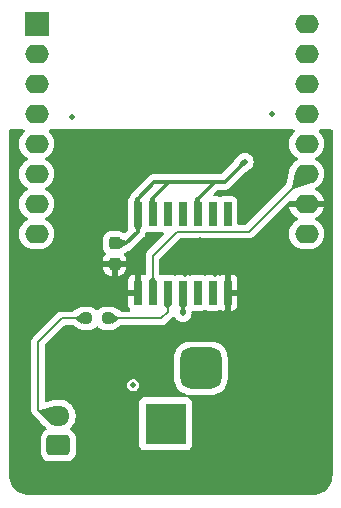
<source format=gbr>
%TF.GenerationSoftware,KiCad,Pcbnew,8.0.4-1.fc40*%
%TF.CreationDate,2024-08-22T17:25:04+02:00*%
%TF.ProjectId,WLED_Board,574c4544-5f42-46f6-9172-642e6b696361,rev?*%
%TF.SameCoordinates,Original*%
%TF.FileFunction,Copper,L1,Top*%
%TF.FilePolarity,Positive*%
%FSLAX46Y46*%
G04 Gerber Fmt 4.6, Leading zero omitted, Abs format (unit mm)*
G04 Created by KiCad (PCBNEW 8.0.4-1.fc40) date 2024-08-22 17:25:04*
%MOMM*%
%LPD*%
G01*
G04 APERTURE LIST*
G04 Aperture macros list*
%AMRoundRect*
0 Rectangle with rounded corners*
0 $1 Rounding radius*
0 $2 $3 $4 $5 $6 $7 $8 $9 X,Y pos of 4 corners*
0 Add a 4 corners polygon primitive as box body*
4,1,4,$2,$3,$4,$5,$6,$7,$8,$9,$2,$3,0*
0 Add four circle primitives for the rounded corners*
1,1,$1+$1,$2,$3*
1,1,$1+$1,$4,$5*
1,1,$1+$1,$6,$7*
1,1,$1+$1,$8,$9*
0 Add four rect primitives between the rounded corners*
20,1,$1+$1,$2,$3,$4,$5,0*
20,1,$1+$1,$4,$5,$6,$7,0*
20,1,$1+$1,$6,$7,$8,$9,0*
20,1,$1+$1,$8,$9,$2,$3,0*%
G04 Aperture macros list end*
%TA.AperFunction,SMDPad,CuDef*%
%ADD10C,0.500000*%
%TD*%
%TA.AperFunction,SMDPad,CuDef*%
%ADD11RoundRect,0.237500X0.237500X-0.300000X0.237500X0.300000X-0.237500X0.300000X-0.237500X-0.300000X0*%
%TD*%
%TA.AperFunction,SMDPad,CuDef*%
%ADD12R,0.660400X2.032000*%
%TD*%
%TA.AperFunction,ComponentPad*%
%ADD13R,2.000000X2.000000*%
%TD*%
%TA.AperFunction,ComponentPad*%
%ADD14O,2.000000X1.600000*%
%TD*%
%TA.AperFunction,ComponentPad*%
%ADD15RoundRect,0.250000X0.725000X-0.600000X0.725000X0.600000X-0.725000X0.600000X-0.725000X-0.600000X0*%
%TD*%
%TA.AperFunction,ComponentPad*%
%ADD16O,1.950000X1.700000*%
%TD*%
%TA.AperFunction,SMDPad,CuDef*%
%ADD17RoundRect,0.237500X0.250000X0.237500X-0.250000X0.237500X-0.250000X-0.237500X0.250000X-0.237500X0*%
%TD*%
%TA.AperFunction,ComponentPad*%
%ADD18R,3.500000X3.500000*%
%TD*%
%TA.AperFunction,ComponentPad*%
%ADD19RoundRect,0.750000X0.750000X1.000000X-0.750000X1.000000X-0.750000X-1.000000X0.750000X-1.000000X0*%
%TD*%
%TA.AperFunction,ComponentPad*%
%ADD20RoundRect,0.875000X0.875000X0.875000X-0.875000X0.875000X-0.875000X-0.875000X0.875000X-0.875000X0*%
%TD*%
%TA.AperFunction,ViaPad*%
%ADD21C,0.500000*%
%TD*%
%TA.AperFunction,ViaPad*%
%ADD22C,0.600000*%
%TD*%
%TA.AperFunction,Conductor*%
%ADD23C,0.340000*%
%TD*%
%TA.AperFunction,Conductor*%
%ADD24C,0.150000*%
%TD*%
G04 APERTURE END LIST*
D10*
%TO.P,FID1,*%
%TO.N,*%
X104049999Y-95900000D03*
%TD*%
D11*
%TO.P,C4,1*%
%TO.N,GND*%
X90749999Y-108612500D03*
%TO.P,C4,2*%
%TO.N,+5V*%
X90749999Y-106887500D03*
%TD*%
D10*
%TO.P,FID2,*%
%TO.N,*%
X87149999Y-96200000D03*
%TD*%
D12*
%TO.P,IC1,1,1OE*%
%TO.N,GND*%
X92689572Y-111064700D03*
%TO.P,IC1,2,1A*%
%TO.N,D1_data*%
X93959572Y-111064700D03*
%TO.P,IC1,3,1Y*%
%TO.N,LED_data*%
X95229572Y-111064700D03*
%TO.P,IC1,4,2OE*%
%TO.N,+5V*%
X96499572Y-111064700D03*
%TO.P,IC1,5,2A*%
%TO.N,unconnected-(IC1-2A-Pad5)*%
X97769572Y-111064700D03*
%TO.P,IC1,6,2Y*%
%TO.N,unconnected-(IC1-2Y-Pad6)*%
X99039572Y-111064700D03*
%TO.P,IC1,7,GND*%
%TO.N,GND*%
X100309572Y-111064700D03*
%TO.P,IC1,8,3Y*%
%TO.N,unconnected-(IC1-3Y-Pad8)*%
X100309572Y-104435300D03*
%TO.P,IC1,9,3A*%
%TO.N,unconnected-(IC1-3A-Pad9)*%
X99039572Y-104435300D03*
%TO.P,IC1,10,3OE*%
%TO.N,+5V*%
X97769572Y-104435300D03*
%TO.P,IC1,11,4Y*%
%TO.N,unconnected-(IC1-4Y-Pad11)*%
X96499572Y-104435300D03*
%TO.P,IC1,12,4A*%
%TO.N,unconnected-(IC1-4A-Pad12)*%
X95229572Y-104435300D03*
%TO.P,IC1,13,4OE*%
%TO.N,+5V*%
X93959572Y-104435300D03*
%TO.P,IC1,14,VCC*%
X92689572Y-104435300D03*
%TD*%
D13*
%TO.P,U2,1,~{RST}*%
%TO.N,unconnected-(U2-~{RST}-Pad1)*%
X84140000Y-88300000D03*
D14*
%TO.P,U2,2,A0*%
%TO.N,unconnected-(U2-A0-Pad2)*%
X84140000Y-90840000D03*
%TO.P,U2,3,D0*%
%TO.N,unconnected-(U2-D0-Pad3)*%
X84140000Y-93380000D03*
%TO.P,U2,4,SCK/D5*%
%TO.N,unconnected-(U2-SCK{slash}D5-Pad4)*%
X84140000Y-95920000D03*
%TO.P,U2,5,MISO/D6*%
%TO.N,unconnected-(U2-MISO{slash}D6-Pad5)*%
X84140000Y-98460000D03*
%TO.P,U2,6,MOSI/D7*%
%TO.N,unconnected-(U2-MOSI{slash}D7-Pad6)*%
X84140000Y-101000000D03*
%TO.P,U2,7,CS/D8*%
%TO.N,D1_Relay*%
X84140000Y-103540000D03*
%TO.P,U2,8,3V3*%
%TO.N,unconnected-(U2-3V3-Pad8)*%
X84140000Y-106080000D03*
%TO.P,U2,9,5V*%
%TO.N,+5V*%
X107000000Y-106080000D03*
%TO.P,U2,10,GND*%
%TO.N,GND*%
X107000000Y-103540000D03*
%TO.P,U2,11,D4*%
%TO.N,D1_data*%
X107000000Y-101000000D03*
%TO.P,U2,12,D3*%
%TO.N,unconnected-(U2-D3-Pad12)*%
X107000000Y-98460000D03*
%TO.P,U2,13,SDA/D2*%
%TO.N,unconnected-(U2-SDA{slash}D2-Pad13)*%
X107000000Y-95920000D03*
%TO.P,U2,14,SCL/D1*%
%TO.N,unconnected-(U2-SCL{slash}D1-Pad14)*%
X107000000Y-93380000D03*
%TO.P,U2,15,RX*%
%TO.N,unconnected-(U2-RX-Pad15)*%
X107000000Y-90840000D03*
%TO.P,U2,16,TX*%
%TO.N,unconnected-(U2-TX-Pad16)*%
X107000000Y-88300000D03*
%TD*%
D15*
%TO.P,J1,1,Pin_1*%
%TO.N,12V_switched*%
X85975000Y-124000000D03*
D16*
%TO.P,J1,2,Pin_2*%
%TO.N,/DATA_OUT*%
X85975000Y-121500000D03*
%TO.P,J1,3,Pin_3*%
%TO.N,GND*%
X85975000Y-119000000D03*
%TD*%
D17*
%TO.P,R3,1*%
%TO.N,LED_data*%
X90162499Y-113250000D03*
%TO.P,R3,2*%
%TO.N,/DATA_OUT*%
X88337499Y-113250000D03*
%TD*%
D18*
%TO.P,J2,1*%
%TO.N,+12V*%
X95049999Y-122157500D03*
D19*
%TO.P,J2,2*%
%TO.N,GND*%
X101049999Y-122157500D03*
D20*
%TO.P,J2,3*%
%TO.N,N/C*%
X98049999Y-117457500D03*
%TD*%
D10*
%TO.P,FID3,*%
%TO.N,*%
X92299999Y-118900000D03*
%TD*%
D21*
%TO.N,GND*%
X88299999Y-111600000D03*
X98499999Y-125950000D03*
X82099999Y-113150000D03*
X95599999Y-97950000D03*
X108849999Y-111300000D03*
X108649999Y-126800000D03*
X91499999Y-112250000D03*
X89449999Y-97950000D03*
X102249999Y-112000000D03*
X94549999Y-127800000D03*
X108849999Y-112950000D03*
X86499999Y-105250000D03*
X108899999Y-114750000D03*
X104499999Y-114500000D03*
X102049999Y-118850000D03*
X91049999Y-97950000D03*
X82149999Y-118750000D03*
X89999999Y-101000000D03*
X88249999Y-117950000D03*
X84799999Y-127800000D03*
X101049999Y-127900000D03*
X106649999Y-126350000D03*
X82099999Y-102700000D03*
X104649999Y-121850000D03*
D22*
X92199999Y-108900000D03*
D21*
X108849999Y-124300000D03*
X94199999Y-97950000D03*
X98249999Y-97950000D03*
X102399999Y-127900000D03*
X82099999Y-109900000D03*
X82249999Y-125250000D03*
X87049999Y-116850000D03*
X108899999Y-103350000D03*
X106599999Y-117950000D03*
X92799999Y-97950000D03*
X104499999Y-126350000D03*
X102099999Y-97950000D03*
X82099999Y-111450000D03*
X108849999Y-107550000D03*
X94999999Y-126000000D03*
X106599999Y-120950000D03*
X88649999Y-121150000D03*
X87799999Y-127800000D03*
X107649999Y-127750000D03*
X108849999Y-120550000D03*
X90649999Y-127800000D03*
X82099999Y-114850000D03*
X103699999Y-127900000D03*
X101749999Y-99000000D03*
X98399999Y-127850000D03*
X95499999Y-113750000D03*
X108849999Y-116400000D03*
X108899999Y-97850000D03*
X87999999Y-102250000D03*
X82399999Y-126850000D03*
X86099999Y-107800000D03*
X106599999Y-109400000D03*
X101499999Y-125750000D03*
X105049999Y-127950000D03*
X82149999Y-101050000D03*
X82149999Y-98100000D03*
X87849999Y-97950000D03*
X89349999Y-127800000D03*
X101899999Y-115050000D03*
X108849999Y-123050000D03*
X100399999Y-107500000D03*
X108849999Y-117700000D03*
X84049999Y-111800000D03*
X85299999Y-110250000D03*
X106599999Y-115050000D03*
X108849999Y-125550000D03*
X82149999Y-104500000D03*
X86299999Y-127800000D03*
X82099999Y-106450000D03*
X84099999Y-108750000D03*
X87999999Y-100000000D03*
X91249999Y-102250000D03*
X99699999Y-127900000D03*
X108899999Y-101700000D03*
X82149999Y-99600000D03*
X91399999Y-125900000D03*
X103249999Y-97950000D03*
X104449999Y-118250000D03*
X108849999Y-109350000D03*
X97999999Y-106600000D03*
X88849999Y-123700000D03*
X83349999Y-127750000D03*
X99549999Y-97950000D03*
X108849999Y-121850000D03*
X92499999Y-100000000D03*
X108849999Y-100100000D03*
X106449999Y-127950000D03*
X86599999Y-97900000D03*
X82099999Y-108200000D03*
X96699999Y-109500000D03*
X86899999Y-110600000D03*
X108899999Y-105550000D03*
X88899999Y-125850000D03*
X91899999Y-127800000D03*
X93249999Y-127800000D03*
X82099999Y-120700000D03*
X98299999Y-122100000D03*
X95849999Y-127800000D03*
D22*
X88750000Y-105800000D03*
D21*
X82149999Y-117050000D03*
X108849999Y-119200000D03*
X104549999Y-119950000D03*
X93249999Y-107000000D03*
X104549999Y-124050000D03*
X99199999Y-109500000D03*
X101999999Y-116900000D03*
X97149999Y-127800000D03*
X82099999Y-122800000D03*
X104399999Y-97950000D03*
X96999999Y-97950000D03*
X106549999Y-112200000D03*
D22*
X100299999Y-112800000D03*
D21*
X97999999Y-108400000D03*
X106699999Y-123750000D03*
X94499999Y-106250000D03*
X100849999Y-97950000D03*
X104499999Y-115500000D03*
X90999999Y-110250000D03*
X89499999Y-104000000D03*
%TO.N,+5V*%
X96499999Y-112800000D03*
X101749999Y-100000000D03*
%TD*%
D23*
%TO.N,GND*%
X91912499Y-108612500D02*
X92199999Y-108900000D01*
X92199999Y-108900000D02*
X92689572Y-109389573D01*
X90749999Y-108612500D02*
X91912499Y-108612500D01*
X100309572Y-112790427D02*
X100299999Y-112800000D01*
X92689572Y-109389573D02*
X92689572Y-111064700D01*
X100309572Y-111064700D02*
X100309572Y-112790427D01*
%TO.N,+5V*%
X99199999Y-101700000D02*
X95349999Y-101700000D01*
X93959572Y-103090427D02*
X95349999Y-101700000D01*
X100049999Y-101700000D02*
X99199999Y-101700000D01*
X91712499Y-106887500D02*
X92689572Y-105910427D01*
X101749999Y-100000000D02*
X100049999Y-101700000D01*
X92689572Y-105910427D02*
X92689572Y-104435300D01*
X96499572Y-112799573D02*
X96499999Y-112800000D01*
X95349999Y-101700000D02*
X94099999Y-101700000D01*
X94099999Y-101700000D02*
X92689572Y-103110427D01*
X97769572Y-104435300D02*
X97769572Y-103130427D01*
X97769572Y-103130427D02*
X99199999Y-101700000D01*
X90749999Y-106887500D02*
X91712499Y-106887500D01*
X92689572Y-103110427D02*
X92689572Y-104435300D01*
X96499572Y-111064700D02*
X96499572Y-112799573D01*
X93959572Y-104435300D02*
X93959572Y-103090427D01*
D24*
%TO.N,/DATA_OUT*%
X88337499Y-113250000D02*
X86249999Y-113250000D01*
X84749999Y-121500000D02*
X85975000Y-121500000D01*
X84249999Y-121000000D02*
X84749999Y-121500000D01*
X86249999Y-113250000D02*
X84249999Y-115250000D01*
X84249999Y-115250000D02*
X84249999Y-121000000D01*
%TO.N,LED_data*%
X90162499Y-113250000D02*
X94699999Y-113250000D01*
X94699999Y-113250000D02*
X95229572Y-112720427D01*
X95229572Y-112720427D02*
X95229572Y-111064700D01*
%TO.N,D1_data*%
X102100000Y-105900000D02*
X95999999Y-105900000D01*
X95999999Y-105900000D02*
X93959572Y-107940427D01*
X93959572Y-107940427D02*
X93959572Y-111064700D01*
X107000000Y-101000000D02*
X102100000Y-105900000D01*
%TD*%
%TA.AperFunction,Conductor*%
%TO.N,GND*%
G36*
X83078988Y-97269685D02*
G01*
X83124743Y-97322489D01*
X83134687Y-97391647D01*
X83105662Y-97455203D01*
X83096218Y-97464581D01*
X83096226Y-97464589D01*
X82948032Y-97612782D01*
X82948028Y-97612786D01*
X82827715Y-97778386D01*
X82734781Y-97960776D01*
X82671522Y-98155465D01*
X82639500Y-98357648D01*
X82639500Y-98562351D01*
X82671522Y-98764534D01*
X82734781Y-98959223D01*
X82827715Y-99141613D01*
X82948028Y-99307213D01*
X83092786Y-99451971D01*
X83240274Y-99559125D01*
X83258390Y-99572287D01*
X83349840Y-99618883D01*
X83351080Y-99619515D01*
X83401876Y-99667490D01*
X83418671Y-99735311D01*
X83396134Y-99801446D01*
X83351080Y-99840485D01*
X83258386Y-99887715D01*
X83092786Y-100008028D01*
X82948028Y-100152786D01*
X82827715Y-100318386D01*
X82734781Y-100500776D01*
X82671522Y-100695465D01*
X82639500Y-100897648D01*
X82639500Y-101102351D01*
X82671522Y-101304534D01*
X82734781Y-101499223D01*
X82798691Y-101624653D01*
X82825421Y-101677112D01*
X82827715Y-101681613D01*
X82948028Y-101847213D01*
X83092786Y-101991971D01*
X83247749Y-102104556D01*
X83258390Y-102112287D01*
X83349840Y-102158883D01*
X83351080Y-102159515D01*
X83401876Y-102207490D01*
X83418671Y-102275311D01*
X83396134Y-102341446D01*
X83351080Y-102380485D01*
X83258386Y-102427715D01*
X83092786Y-102548028D01*
X82948028Y-102692786D01*
X82827715Y-102858386D01*
X82734781Y-103040776D01*
X82671522Y-103235465D01*
X82639500Y-103437648D01*
X82639500Y-103642351D01*
X82671522Y-103844534D01*
X82734781Y-104039223D01*
X82827715Y-104221613D01*
X82948028Y-104387213D01*
X83092786Y-104531971D01*
X83247749Y-104644556D01*
X83258390Y-104652287D01*
X83349840Y-104698883D01*
X83351080Y-104699515D01*
X83401876Y-104747490D01*
X83418671Y-104815311D01*
X83396134Y-104881446D01*
X83351080Y-104920485D01*
X83258386Y-104967715D01*
X83092786Y-105088028D01*
X82948028Y-105232786D01*
X82827715Y-105398386D01*
X82734781Y-105580776D01*
X82671522Y-105775465D01*
X82639500Y-105977648D01*
X82639500Y-106182351D01*
X82671522Y-106384534D01*
X82734781Y-106579223D01*
X82827715Y-106761613D01*
X82948028Y-106927213D01*
X83092786Y-107071971D01*
X83247749Y-107184556D01*
X83258390Y-107192287D01*
X83345530Y-107236687D01*
X83440776Y-107285218D01*
X83440778Y-107285218D01*
X83440781Y-107285220D01*
X83545137Y-107319127D01*
X83635465Y-107348477D01*
X83736557Y-107364488D01*
X83837648Y-107380500D01*
X83837649Y-107380500D01*
X84442351Y-107380500D01*
X84442352Y-107380500D01*
X84644534Y-107348477D01*
X84839219Y-107285220D01*
X85021610Y-107192287D01*
X85114590Y-107124732D01*
X85187213Y-107071971D01*
X85187215Y-107071968D01*
X85187219Y-107071966D01*
X85331966Y-106927219D01*
X85331968Y-106927215D01*
X85331971Y-106927213D01*
X85384732Y-106854590D01*
X85452287Y-106761610D01*
X85545220Y-106579219D01*
X85608477Y-106384534D01*
X85640500Y-106182352D01*
X85640500Y-105977648D01*
X85608477Y-105775466D01*
X85545220Y-105580781D01*
X85545218Y-105580778D01*
X85545218Y-105580776D01*
X85499120Y-105490305D01*
X85452287Y-105398390D01*
X85444556Y-105387749D01*
X85331971Y-105232786D01*
X85187213Y-105088028D01*
X85021614Y-104967715D01*
X85015006Y-104964348D01*
X84928917Y-104920483D01*
X84878123Y-104872511D01*
X84861328Y-104804690D01*
X84883865Y-104738555D01*
X84928917Y-104699516D01*
X85021610Y-104652287D01*
X85042770Y-104636913D01*
X85187213Y-104531971D01*
X85187215Y-104531968D01*
X85187219Y-104531966D01*
X85331966Y-104387219D01*
X85331968Y-104387215D01*
X85331971Y-104387213D01*
X85384732Y-104314590D01*
X85452287Y-104221610D01*
X85545220Y-104039219D01*
X85608477Y-103844534D01*
X85640500Y-103642352D01*
X85640500Y-103437648D01*
X85630012Y-103371428D01*
X85608477Y-103235465D01*
X85552035Y-103061755D01*
X85545220Y-103040781D01*
X85545218Y-103040778D01*
X85545218Y-103040776D01*
X85501981Y-102955920D01*
X85452287Y-102858390D01*
X85419183Y-102812826D01*
X85331971Y-102692786D01*
X85187213Y-102548028D01*
X85021614Y-102427715D01*
X84947957Y-102390185D01*
X84928917Y-102380483D01*
X84878123Y-102332511D01*
X84861328Y-102264690D01*
X84883865Y-102198555D01*
X84928917Y-102159516D01*
X85021610Y-102112287D01*
X85042770Y-102096913D01*
X85187213Y-101991971D01*
X85187215Y-101991968D01*
X85187219Y-101991966D01*
X85331966Y-101847219D01*
X85331968Y-101847215D01*
X85331971Y-101847213D01*
X85384732Y-101774590D01*
X85452287Y-101681610D01*
X85545220Y-101499219D01*
X85608477Y-101304534D01*
X85640500Y-101102352D01*
X85640500Y-100897648D01*
X85636500Y-100872396D01*
X85608477Y-100695465D01*
X85545742Y-100502388D01*
X85545220Y-100500781D01*
X85545218Y-100500778D01*
X85545218Y-100500776D01*
X85511503Y-100434607D01*
X85452287Y-100318390D01*
X85444556Y-100307749D01*
X85331971Y-100152786D01*
X85187213Y-100008028D01*
X85021614Y-99887715D01*
X85015006Y-99884348D01*
X84928917Y-99840483D01*
X84878123Y-99792511D01*
X84861328Y-99724690D01*
X84883865Y-99658555D01*
X84928917Y-99619516D01*
X85021610Y-99572287D01*
X85081040Y-99529109D01*
X85187213Y-99451971D01*
X85187215Y-99451968D01*
X85187219Y-99451966D01*
X85331966Y-99307219D01*
X85331968Y-99307215D01*
X85331971Y-99307213D01*
X85384732Y-99234590D01*
X85452287Y-99141610D01*
X85545220Y-98959219D01*
X85608477Y-98764534D01*
X85640500Y-98562352D01*
X85640500Y-98357648D01*
X85608477Y-98155466D01*
X85545220Y-97960781D01*
X85545218Y-97960778D01*
X85545218Y-97960776D01*
X85511503Y-97894607D01*
X85452287Y-97778390D01*
X85444556Y-97767749D01*
X85331971Y-97612786D01*
X85183774Y-97464589D01*
X85184575Y-97463787D01*
X85149322Y-97409769D01*
X85148832Y-97339901D01*
X85186192Y-97280859D01*
X85249543Y-97251389D01*
X85268051Y-97250000D01*
X105871949Y-97250000D01*
X105938988Y-97269685D01*
X105984743Y-97322489D01*
X105994687Y-97391647D01*
X105965662Y-97455203D01*
X105956218Y-97464581D01*
X105956226Y-97464589D01*
X105808032Y-97612782D01*
X105808028Y-97612786D01*
X105687715Y-97778386D01*
X105594781Y-97960776D01*
X105531522Y-98155465D01*
X105499500Y-98357648D01*
X105499500Y-98562351D01*
X105531522Y-98764534D01*
X105594781Y-98959223D01*
X105687715Y-99141613D01*
X105808028Y-99307213D01*
X105952786Y-99451971D01*
X106100274Y-99559125D01*
X106118390Y-99572287D01*
X106209840Y-99618883D01*
X106211080Y-99619515D01*
X106261876Y-99667490D01*
X106278671Y-99735311D01*
X106256134Y-99801446D01*
X106211080Y-99840485D01*
X106118386Y-99887715D01*
X105952786Y-100008028D01*
X105808028Y-100152786D01*
X105687715Y-100318386D01*
X105594781Y-100500778D01*
X105531523Y-100695466D01*
X105531520Y-100695478D01*
X105525977Y-100730466D01*
X105520525Y-100751125D01*
X105520573Y-100751140D01*
X105520099Y-100752739D01*
X105519605Y-100754614D01*
X105519320Y-100755373D01*
X105519316Y-100755385D01*
X105316692Y-101677111D01*
X105316692Y-101677112D01*
X105270286Y-101888202D01*
X105236859Y-101949259D01*
X101897939Y-105288181D01*
X101836616Y-105321666D01*
X101810258Y-105324500D01*
X101264272Y-105324500D01*
X101197233Y-105304815D01*
X101151478Y-105252011D01*
X101140272Y-105200500D01*
X101140271Y-103371429D01*
X101140270Y-103371423D01*
X101140269Y-103371416D01*
X101133863Y-103311817D01*
X101083568Y-103176969D01*
X101083567Y-103176968D01*
X101083565Y-103176964D01*
X100997319Y-103061755D01*
X100997316Y-103061752D01*
X100882107Y-102975506D01*
X100882100Y-102975502D01*
X100747258Y-102925210D01*
X100747257Y-102925209D01*
X100747255Y-102925209D01*
X100687645Y-102918800D01*
X100687635Y-102918800D01*
X99931501Y-102918800D01*
X99931495Y-102918801D01*
X99871888Y-102925208D01*
X99737036Y-102975505D01*
X99733995Y-102977166D01*
X99730609Y-102977902D01*
X99728731Y-102978603D01*
X99728630Y-102978332D01*
X99665722Y-102992016D01*
X99615149Y-102977166D01*
X99612107Y-102975505D01*
X99477254Y-102925208D01*
X99477255Y-102925208D01*
X99417655Y-102918801D01*
X99417653Y-102918800D01*
X99417645Y-102918800D01*
X99417637Y-102918800D01*
X99228790Y-102918800D01*
X99161751Y-102899115D01*
X99115996Y-102846311D01*
X99106052Y-102777153D01*
X99135077Y-102713597D01*
X99141109Y-102707119D01*
X99266048Y-102582181D01*
X99441410Y-102406819D01*
X99502733Y-102373334D01*
X99529091Y-102370500D01*
X100116038Y-102370500D01*
X100116039Y-102370499D01*
X100245577Y-102344733D01*
X100269605Y-102334780D01*
X100281315Y-102329930D01*
X100318947Y-102314342D01*
X100367600Y-102294190D01*
X100477418Y-102220811D01*
X101813085Y-100885142D01*
X101828024Y-100872403D01*
X102190870Y-100609652D01*
X102197592Y-100605114D01*
X102220889Y-100590477D01*
X102229964Y-100581400D01*
X102241111Y-100571521D01*
X102242879Y-100570134D01*
X102242883Y-100570131D01*
X102244261Y-100568961D01*
X102309409Y-100502388D01*
X102309410Y-100502385D01*
X102314119Y-100497574D01*
X102316497Y-100494868D01*
X102340476Y-100470890D01*
X102430455Y-100327690D01*
X102486312Y-100168059D01*
X102486312Y-100168058D01*
X102486313Y-100168056D01*
X102505248Y-100000002D01*
X102505248Y-99999997D01*
X102486313Y-99831943D01*
X102430453Y-99672305D01*
X102430451Y-99672302D01*
X102340480Y-99529115D01*
X102340475Y-99529109D01*
X102220889Y-99409523D01*
X102220883Y-99409518D01*
X102077696Y-99319547D01*
X102077693Y-99319545D01*
X101918055Y-99263685D01*
X101750002Y-99244751D01*
X101749996Y-99244751D01*
X101581942Y-99263685D01*
X101422304Y-99319545D01*
X101422301Y-99319547D01*
X101279114Y-99409518D01*
X101279112Y-99409520D01*
X101159521Y-99529110D01*
X101144902Y-99552375D01*
X101140344Y-99559125D01*
X100877599Y-99921966D01*
X100864847Y-99936920D01*
X99808588Y-100993181D01*
X99747265Y-101026666D01*
X99720907Y-101029500D01*
X94033957Y-101029500D01*
X93904424Y-101055265D01*
X93904421Y-101055266D01*
X93868682Y-101070068D01*
X93868683Y-101070069D01*
X93782398Y-101105809D01*
X93672580Y-101179188D01*
X93672576Y-101179191D01*
X92168763Y-102683004D01*
X92168760Y-102683008D01*
X92095383Y-102792824D01*
X92095379Y-102792831D01*
X92065991Y-102863783D01*
X92065991Y-102863784D01*
X92044840Y-102914845D01*
X92044838Y-102914851D01*
X92042553Y-102926335D01*
X92032665Y-102955920D01*
X91950709Y-103126158D01*
X91938250Y-103146679D01*
X91915575Y-103176969D01*
X91915574Y-103176971D01*
X91865280Y-103311817D01*
X91858873Y-103371416D01*
X91858873Y-103371423D01*
X91858872Y-103371435D01*
X91858872Y-105445285D01*
X91858533Y-105454447D01*
X91856523Y-105481570D01*
X91856523Y-105481578D01*
X91857124Y-105490305D01*
X91857125Y-105490309D01*
X91863460Y-105543991D01*
X91864147Y-105548245D01*
X91865279Y-105558780D01*
X91891110Y-105628034D01*
X91893059Y-105633670D01*
X91900343Y-105656496D01*
X91901971Y-105726347D01*
X91869893Y-105781874D01*
X91643860Y-106007907D01*
X91582537Y-106041392D01*
X91512845Y-106036408D01*
X91496469Y-106028903D01*
X91418525Y-105986079D01*
X91413139Y-105982941D01*
X91301521Y-105914095D01*
X91301516Y-105914093D01*
X91301515Y-105914092D01*
X91137752Y-105859826D01*
X91137750Y-105859825D01*
X91036677Y-105849500D01*
X90463329Y-105849500D01*
X90463311Y-105849501D01*
X90362246Y-105859825D01*
X90198483Y-105914092D01*
X90198480Y-105914093D01*
X90051647Y-106004661D01*
X89929660Y-106126648D01*
X89839092Y-106273481D01*
X89839091Y-106273484D01*
X89784825Y-106437247D01*
X89784825Y-106437248D01*
X89784824Y-106437248D01*
X89774499Y-106538315D01*
X89774499Y-107236669D01*
X89774500Y-107236687D01*
X89784824Y-107337752D01*
X89798990Y-107380500D01*
X89839091Y-107501516D01*
X89891854Y-107587059D01*
X89929660Y-107648351D01*
X89943981Y-107662672D01*
X89977466Y-107723995D01*
X89972482Y-107793687D01*
X89943984Y-107838032D01*
X89930051Y-107851965D01*
X89839550Y-107998688D01*
X89839545Y-107998699D01*
X89785318Y-108162347D01*
X89774999Y-108263345D01*
X89774999Y-108362500D01*
X91724998Y-108362500D01*
X91724998Y-108263360D01*
X91724997Y-108263345D01*
X91714679Y-108162347D01*
X91660452Y-107998699D01*
X91660449Y-107998692D01*
X91571029Y-107853722D01*
X91552588Y-107786329D01*
X91573510Y-107719666D01*
X91616850Y-107679953D01*
X91856271Y-107548410D01*
X91891781Y-107535474D01*
X91908077Y-107532233D01*
X91919414Y-107527536D01*
X91943815Y-107517430D01*
X91982237Y-107501515D01*
X92030100Y-107481690D01*
X92139918Y-107408311D01*
X93210383Y-106337846D01*
X93283762Y-106228027D01*
X93325753Y-106126650D01*
X93334305Y-106106005D01*
X93348575Y-106034260D01*
X93380959Y-105972353D01*
X93441674Y-105937778D01*
X93511443Y-105941517D01*
X93513523Y-105942271D01*
X93516710Y-105943459D01*
X93521889Y-105945391D01*
X93581499Y-105951800D01*
X94337644Y-105951799D01*
X94397255Y-105945391D01*
X94532103Y-105895096D01*
X94532106Y-105895093D01*
X94535141Y-105893437D01*
X94538527Y-105892700D01*
X94540413Y-105891997D01*
X94540514Y-105892267D01*
X94603413Y-105878583D01*
X94654003Y-105893437D01*
X94657043Y-105895097D01*
X94691520Y-105907956D01*
X94791889Y-105945391D01*
X94849176Y-105951550D01*
X94913722Y-105978286D01*
X94953571Y-106035677D01*
X94956066Y-106105503D01*
X94923598Y-106162519D01*
X93606207Y-107479912D01*
X93499059Y-107587059D01*
X93499057Y-107587062D01*
X93423291Y-107718290D01*
X93384072Y-107864661D01*
X93384072Y-109472335D01*
X93364387Y-109539374D01*
X93311583Y-109585129D01*
X93242425Y-109595073D01*
X93216739Y-109588517D01*
X93127151Y-109555103D01*
X93127144Y-109555101D01*
X93067616Y-109548700D01*
X92939572Y-109548700D01*
X92939572Y-111190700D01*
X92919887Y-111257739D01*
X92867083Y-111303494D01*
X92815572Y-111314700D01*
X91859372Y-111314700D01*
X91859372Y-112128544D01*
X91865773Y-112188072D01*
X91865775Y-112188079D01*
X91916017Y-112322786D01*
X91916021Y-112322793D01*
X92002181Y-112437887D01*
X92002184Y-112437890D01*
X92020009Y-112451234D01*
X92061880Y-112507168D01*
X92066864Y-112576859D01*
X92033378Y-112638182D01*
X91972055Y-112671666D01*
X91945698Y-112674500D01*
X91311071Y-112674500D01*
X91246158Y-112656152D01*
X90777115Y-112367970D01*
X90777105Y-112367964D01*
X90750160Y-112352528D01*
X90750155Y-112352526D01*
X90749416Y-112352184D01*
X90736402Y-112345190D01*
X90726521Y-112339095D01*
X90726513Y-112339091D01*
X90671282Y-112320789D01*
X90562752Y-112284826D01*
X90562750Y-112284825D01*
X90461677Y-112274500D01*
X89863329Y-112274500D01*
X89863311Y-112274501D01*
X89762246Y-112284825D01*
X89598483Y-112339092D01*
X89598480Y-112339093D01*
X89451647Y-112429661D01*
X89337680Y-112543629D01*
X89276357Y-112577114D01*
X89206665Y-112572130D01*
X89162318Y-112543629D01*
X89048350Y-112429661D01*
X89048349Y-112429660D01*
X88945226Y-112366053D01*
X88901517Y-112339093D01*
X88901512Y-112339091D01*
X88852328Y-112322793D01*
X88737752Y-112284826D01*
X88737750Y-112284825D01*
X88636677Y-112274500D01*
X88038329Y-112274500D01*
X88038311Y-112274501D01*
X87937245Y-112284826D01*
X87871953Y-112306460D01*
X87859029Y-112309980D01*
X87854960Y-112310855D01*
X87854952Y-112310857D01*
X87847716Y-112313986D01*
X87837518Y-112317871D01*
X87773484Y-112339091D01*
X87773477Y-112339094D01*
X87743177Y-112357783D01*
X87727309Y-112366053D01*
X87722904Y-112367958D01*
X87722891Y-112367964D01*
X87253839Y-112656152D01*
X87188926Y-112674500D01*
X86174232Y-112674500D01*
X86027862Y-112713719D01*
X85896634Y-112789485D01*
X85896631Y-112789487D01*
X83789486Y-114896632D01*
X83789484Y-114896635D01*
X83713718Y-115027863D01*
X83674499Y-115174234D01*
X83674499Y-121075765D01*
X83713718Y-121222136D01*
X83751601Y-121287750D01*
X83789484Y-121353365D01*
X83789486Y-121353367D01*
X83911507Y-121475388D01*
X83922147Y-121487512D01*
X83939799Y-121510485D01*
X83939803Y-121510489D01*
X83939804Y-121510490D01*
X84214042Y-121777936D01*
X84215148Y-121779029D01*
X84396634Y-121960515D01*
X84396637Y-121960517D01*
X84403085Y-121965465D01*
X84402930Y-121965666D01*
X84419085Y-121977902D01*
X84784911Y-122334667D01*
X84798653Y-122350554D01*
X84819895Y-122379791D01*
X84958705Y-122518601D01*
X84992190Y-122579924D01*
X84987206Y-122649616D01*
X84945334Y-122705549D01*
X84936121Y-122711821D01*
X84781342Y-122807289D01*
X84657289Y-122931342D01*
X84565187Y-123080663D01*
X84565186Y-123080666D01*
X84510001Y-123247203D01*
X84510001Y-123247204D01*
X84510000Y-123247204D01*
X84499500Y-123349983D01*
X84499500Y-124650001D01*
X84499501Y-124650018D01*
X84510000Y-124752796D01*
X84510001Y-124752799D01*
X84565185Y-124919331D01*
X84565186Y-124919334D01*
X84657288Y-125068656D01*
X84781344Y-125192712D01*
X84930666Y-125284814D01*
X85097203Y-125339999D01*
X85199991Y-125350500D01*
X86750008Y-125350499D01*
X86852797Y-125339999D01*
X87019334Y-125284814D01*
X87168656Y-125192712D01*
X87292712Y-125068656D01*
X87384814Y-124919334D01*
X87439999Y-124752797D01*
X87450500Y-124650009D01*
X87450499Y-123349992D01*
X87439999Y-123247203D01*
X87384814Y-123080666D01*
X87292712Y-122931344D01*
X87168656Y-122807288D01*
X87019334Y-122715186D01*
X87019333Y-122715185D01*
X87013878Y-122711821D01*
X86967154Y-122659873D01*
X86955931Y-122590910D01*
X86983775Y-122526828D01*
X86991272Y-122518623D01*
X87130104Y-122379792D01*
X87255051Y-122207816D01*
X87351557Y-122018412D01*
X87417246Y-121816243D01*
X87450500Y-121606287D01*
X87450500Y-121393713D01*
X87417246Y-121183757D01*
X87351557Y-120981588D01*
X87255051Y-120792184D01*
X87255049Y-120792181D01*
X87255048Y-120792179D01*
X87130109Y-120620213D01*
X86979786Y-120469890D01*
X86828031Y-120359635D01*
X92799499Y-120359635D01*
X92799499Y-123955370D01*
X92799500Y-123955376D01*
X92805907Y-124014983D01*
X92856201Y-124149828D01*
X92856205Y-124149835D01*
X92942451Y-124265044D01*
X92942454Y-124265047D01*
X93057663Y-124351293D01*
X93057670Y-124351297D01*
X93192516Y-124401591D01*
X93192515Y-124401591D01*
X93199443Y-124402335D01*
X93252126Y-124408000D01*
X96847871Y-124407999D01*
X96907482Y-124401591D01*
X97042330Y-124351296D01*
X97157545Y-124265046D01*
X97243795Y-124149831D01*
X97294090Y-124014983D01*
X97300499Y-123955373D01*
X97300498Y-120359628D01*
X97294090Y-120300017D01*
X97270729Y-120237384D01*
X97243796Y-120165171D01*
X97243792Y-120165164D01*
X97157546Y-120049955D01*
X97157543Y-120049952D01*
X97042334Y-119963706D01*
X97042327Y-119963702D01*
X96995060Y-119946073D01*
X96939126Y-119904202D01*
X96914709Y-119838738D01*
X96929561Y-119770465D01*
X96978966Y-119721059D01*
X97044971Y-119706066D01*
X97058052Y-119706761D01*
X97081348Y-119707999D01*
X97081368Y-119707999D01*
X97081377Y-119708000D01*
X97081385Y-119708000D01*
X99018613Y-119708000D01*
X99018621Y-119708000D01*
X99071240Y-119705205D01*
X99301125Y-119660745D01*
X99520189Y-119578074D01*
X99722131Y-119459570D01*
X99901141Y-119308642D01*
X100052069Y-119129632D01*
X100170573Y-118927690D01*
X100253244Y-118708626D01*
X100297704Y-118478741D01*
X100300499Y-118426122D01*
X100300499Y-116488878D01*
X100297704Y-116436259D01*
X100253244Y-116206374D01*
X100170573Y-115987310D01*
X100052069Y-115785368D01*
X100052064Y-115785361D01*
X99901142Y-115606358D01*
X99901140Y-115606356D01*
X99722137Y-115455434D01*
X99722130Y-115455429D01*
X99520188Y-115336925D01*
X99429831Y-115302826D01*
X99301125Y-115254255D01*
X99301120Y-115254254D01*
X99071242Y-115209795D01*
X99018651Y-115207001D01*
X99018628Y-115207000D01*
X99018621Y-115207000D01*
X97081377Y-115207000D01*
X97081369Y-115207000D01*
X97081346Y-115207001D01*
X97028755Y-115209795D01*
X97028754Y-115209795D01*
X96798877Y-115254254D01*
X96798875Y-115254254D01*
X96798873Y-115254255D01*
X96724932Y-115282159D01*
X96579809Y-115336925D01*
X96377867Y-115455429D01*
X96377860Y-115455434D01*
X96198857Y-115606356D01*
X96198855Y-115606358D01*
X96047933Y-115785361D01*
X96047928Y-115785368D01*
X95929424Y-115987310D01*
X95874658Y-116132433D01*
X95846754Y-116206374D01*
X95846753Y-116206376D01*
X95846753Y-116206378D01*
X95802294Y-116436255D01*
X95802294Y-116436256D01*
X95799500Y-116488847D01*
X95799499Y-116488886D01*
X95799499Y-118426113D01*
X95799500Y-118426152D01*
X95802294Y-118478743D01*
X95802294Y-118478744D01*
X95846753Y-118708621D01*
X95846754Y-118708626D01*
X95895325Y-118837332D01*
X95929424Y-118927689D01*
X96047928Y-119129631D01*
X96047933Y-119129638D01*
X96198855Y-119308641D01*
X96198857Y-119308643D01*
X96377860Y-119459565D01*
X96377867Y-119459570D01*
X96579809Y-119578074D01*
X96798873Y-119660745D01*
X96801516Y-119661256D01*
X96802536Y-119661782D01*
X96803949Y-119662183D01*
X96803867Y-119662470D01*
X96863597Y-119693314D01*
X96898492Y-119753846D01*
X96895121Y-119823634D01*
X96854555Y-119880521D01*
X96789673Y-119906446D01*
X96777968Y-119907000D01*
X93252128Y-119907000D01*
X93252122Y-119907001D01*
X93192515Y-119913408D01*
X93057670Y-119963702D01*
X93057663Y-119963706D01*
X92942454Y-120049952D01*
X92942451Y-120049955D01*
X92856205Y-120165164D01*
X92856201Y-120165171D01*
X92805907Y-120300017D01*
X92801077Y-120344949D01*
X92799500Y-120359623D01*
X92799499Y-120359635D01*
X86828031Y-120359635D01*
X86807820Y-120344951D01*
X86618414Y-120248444D01*
X86618413Y-120248443D01*
X86618412Y-120248443D01*
X86416243Y-120182754D01*
X86416241Y-120182753D01*
X86416240Y-120182753D01*
X86254957Y-120157208D01*
X86206287Y-120149500D01*
X85743713Y-120149500D01*
X85652971Y-120163872D01*
X85533762Y-120182753D01*
X85533756Y-120182754D01*
X85515969Y-120188533D01*
X85511573Y-120189872D01*
X84983415Y-120340059D01*
X84913548Y-120339461D01*
X84855095Y-120301185D01*
X84826615Y-120237384D01*
X84825499Y-120220787D01*
X84825499Y-118900000D01*
X91794352Y-118900000D01*
X91814833Y-119042456D01*
X91874621Y-119173371D01*
X91874622Y-119173373D01*
X91968871Y-119282143D01*
X92089946Y-119359953D01*
X92089949Y-119359954D01*
X92089948Y-119359954D01*
X92228035Y-119400499D01*
X92228037Y-119400500D01*
X92228038Y-119400500D01*
X92371961Y-119400500D01*
X92371961Y-119400499D01*
X92510052Y-119359953D01*
X92631127Y-119282143D01*
X92725376Y-119173373D01*
X92785164Y-119042457D01*
X92805646Y-118900000D01*
X92785164Y-118757543D01*
X92725376Y-118626627D01*
X92631127Y-118517857D01*
X92510052Y-118440047D01*
X92510050Y-118440046D01*
X92510048Y-118440045D01*
X92510049Y-118440045D01*
X92371962Y-118399500D01*
X92371960Y-118399500D01*
X92228038Y-118399500D01*
X92228035Y-118399500D01*
X92089948Y-118440045D01*
X91968872Y-118517856D01*
X91874622Y-118626626D01*
X91874621Y-118626628D01*
X91814833Y-118757543D01*
X91794352Y-118900000D01*
X84825499Y-118900000D01*
X84825499Y-115539742D01*
X84845184Y-115472703D01*
X84861818Y-115452061D01*
X86452060Y-113861819D01*
X86513383Y-113828334D01*
X86539741Y-113825500D01*
X87188927Y-113825500D01*
X87253840Y-113843848D01*
X87717998Y-114129029D01*
X87718039Y-114129073D01*
X87718048Y-114129059D01*
X87718072Y-114129074D01*
X87718085Y-114129082D01*
X87722903Y-114132042D01*
X87749803Y-114147452D01*
X87749807Y-114147453D01*
X87750546Y-114147796D01*
X87763567Y-114154791D01*
X87773483Y-114160908D01*
X87937246Y-114215174D01*
X88038322Y-114225500D01*
X88636675Y-114225499D01*
X88636683Y-114225498D01*
X88636686Y-114225498D01*
X88692029Y-114219844D01*
X88737752Y-114215174D01*
X88901515Y-114160908D01*
X89048349Y-114070340D01*
X89162318Y-113956371D01*
X89223641Y-113922886D01*
X89293333Y-113927870D01*
X89337680Y-113956371D01*
X89451649Y-114070340D01*
X89598483Y-114160908D01*
X89762246Y-114215174D01*
X89863322Y-114225500D01*
X90461675Y-114225499D01*
X90461683Y-114225498D01*
X90461686Y-114225498D01*
X90485164Y-114223099D01*
X90562752Y-114215174D01*
X90628044Y-114193538D01*
X90640989Y-114190013D01*
X90641773Y-114189844D01*
X90645045Y-114189141D01*
X90652265Y-114186018D01*
X90662472Y-114182129D01*
X90726515Y-114160908D01*
X90756820Y-114142214D01*
X90772708Y-114133936D01*
X90773421Y-114133627D01*
X90777107Y-114132034D01*
X91246158Y-113843848D01*
X91311071Y-113825500D01*
X94775763Y-113825500D01*
X94775765Y-113825500D01*
X94922134Y-113786281D01*
X95053364Y-113710515D01*
X95638842Y-113125037D01*
X95700165Y-113091552D01*
X95769857Y-113096536D01*
X95825790Y-113138408D01*
X95831517Y-113146746D01*
X95909522Y-113270890D01*
X96029108Y-113390476D01*
X96029114Y-113390481D01*
X96172301Y-113480452D01*
X96172304Y-113480454D01*
X96172308Y-113480455D01*
X96172309Y-113480456D01*
X96244912Y-113505860D01*
X96331942Y-113536314D01*
X96499996Y-113555249D01*
X96499999Y-113555249D01*
X96500002Y-113555249D01*
X96668055Y-113536314D01*
X96668058Y-113536313D01*
X96827689Y-113480456D01*
X96827691Y-113480454D01*
X96827693Y-113480454D01*
X96827696Y-113480452D01*
X96970883Y-113390481D01*
X96970884Y-113390480D01*
X96970889Y-113390477D01*
X97090476Y-113270890D01*
X97090480Y-113270884D01*
X97180451Y-113127697D01*
X97180453Y-113127694D01*
X97180453Y-113127692D01*
X97180455Y-113127690D01*
X97236312Y-112968059D01*
X97236312Y-112968058D01*
X97236313Y-112968056D01*
X97255248Y-112800002D01*
X97255248Y-112799998D01*
X97247960Y-112735321D01*
X97247197Y-112723512D01*
X97246908Y-112706203D01*
X97246907Y-112706197D01*
X97246900Y-112705773D01*
X97265460Y-112638413D01*
X97317491Y-112591781D01*
X97384140Y-112580408D01*
X97391499Y-112581200D01*
X98147644Y-112581199D01*
X98207255Y-112574791D01*
X98342103Y-112524496D01*
X98342106Y-112524493D01*
X98345141Y-112522837D01*
X98348527Y-112522100D01*
X98350413Y-112521397D01*
X98350514Y-112521667D01*
X98413413Y-112507983D01*
X98464003Y-112522837D01*
X98467043Y-112524497D01*
X98511990Y-112541261D01*
X98601889Y-112574791D01*
X98661499Y-112581200D01*
X99417644Y-112581199D01*
X99477255Y-112574791D01*
X99612103Y-112524496D01*
X99612110Y-112524490D01*
X99615669Y-112522548D01*
X99619639Y-112521684D01*
X99620412Y-112521396D01*
X99620453Y-112521507D01*
X99683941Y-112507695D01*
X99734530Y-112522550D01*
X99737283Y-112524053D01*
X99871992Y-112574296D01*
X99871999Y-112574298D01*
X99931527Y-112580699D01*
X99931544Y-112580700D01*
X100059572Y-112580700D01*
X100559572Y-112580700D01*
X100687600Y-112580700D01*
X100687616Y-112580699D01*
X100747144Y-112574298D01*
X100747151Y-112574296D01*
X100881858Y-112524054D01*
X100881865Y-112524050D01*
X100996959Y-112437890D01*
X100996962Y-112437887D01*
X101083122Y-112322793D01*
X101083126Y-112322786D01*
X101133368Y-112188079D01*
X101133370Y-112188072D01*
X101139771Y-112128544D01*
X101139772Y-112128527D01*
X101139772Y-111314700D01*
X100559572Y-111314700D01*
X100559572Y-112580700D01*
X100059572Y-112580700D01*
X100059572Y-110814700D01*
X100559572Y-110814700D01*
X101139772Y-110814700D01*
X101139772Y-110000872D01*
X101139771Y-110000855D01*
X101133370Y-109941327D01*
X101133368Y-109941320D01*
X101083126Y-109806613D01*
X101083122Y-109806606D01*
X100996962Y-109691512D01*
X100996959Y-109691509D01*
X100881865Y-109605349D01*
X100881858Y-109605345D01*
X100747151Y-109555103D01*
X100747144Y-109555101D01*
X100687616Y-109548700D01*
X100559572Y-109548700D01*
X100559572Y-110814700D01*
X100059572Y-110814700D01*
X100059572Y-109548700D01*
X99931527Y-109548700D01*
X99871999Y-109555101D01*
X99871992Y-109555103D01*
X99737282Y-109605346D01*
X99734522Y-109606854D01*
X99731449Y-109607522D01*
X99728973Y-109608446D01*
X99728840Y-109608089D01*
X99666249Y-109621704D01*
X99615669Y-109606851D01*
X99612102Y-109604903D01*
X99477258Y-109554610D01*
X99477257Y-109554609D01*
X99477255Y-109554609D01*
X99417645Y-109548200D01*
X99417635Y-109548200D01*
X98661501Y-109548200D01*
X98661495Y-109548201D01*
X98601888Y-109554608D01*
X98467036Y-109604905D01*
X98463995Y-109606566D01*
X98460609Y-109607302D01*
X98458731Y-109608003D01*
X98458630Y-109607732D01*
X98395722Y-109621416D01*
X98345149Y-109606566D01*
X98342107Y-109604905D01*
X98207258Y-109554610D01*
X98207257Y-109554609D01*
X98207255Y-109554609D01*
X98147645Y-109548200D01*
X98147635Y-109548200D01*
X97391501Y-109548200D01*
X97391495Y-109548201D01*
X97331888Y-109554608D01*
X97197036Y-109604905D01*
X97193995Y-109606566D01*
X97190609Y-109607302D01*
X97188731Y-109608003D01*
X97188630Y-109607732D01*
X97125722Y-109621416D01*
X97075149Y-109606566D01*
X97072107Y-109604905D01*
X96937258Y-109554610D01*
X96937257Y-109554609D01*
X96937255Y-109554609D01*
X96877645Y-109548200D01*
X96877635Y-109548200D01*
X96121501Y-109548200D01*
X96121495Y-109548201D01*
X96061888Y-109554608D01*
X95927036Y-109604905D01*
X95923995Y-109606566D01*
X95920609Y-109607302D01*
X95918731Y-109608003D01*
X95918630Y-109607732D01*
X95855722Y-109621416D01*
X95805149Y-109606566D01*
X95802107Y-109604905D01*
X95667258Y-109554610D01*
X95667257Y-109554609D01*
X95667255Y-109554609D01*
X95607645Y-109548200D01*
X95607635Y-109548200D01*
X94851501Y-109548200D01*
X94851495Y-109548201D01*
X94791888Y-109554608D01*
X94702405Y-109587984D01*
X94632713Y-109592968D01*
X94571390Y-109559483D01*
X94537906Y-109498159D01*
X94535072Y-109471802D01*
X94535072Y-108230169D01*
X94554757Y-108163130D01*
X94571391Y-108142488D01*
X96202060Y-106511819D01*
X96263383Y-106478334D01*
X96289741Y-106475500D01*
X102175764Y-106475500D01*
X102175766Y-106475500D01*
X102322135Y-106436281D01*
X102453365Y-106360515D01*
X105487560Y-103326318D01*
X105548883Y-103292834D01*
X105575241Y-103290000D01*
X106566988Y-103290000D01*
X106534075Y-103347007D01*
X106500000Y-103474174D01*
X106500000Y-103605826D01*
X106534075Y-103732993D01*
X106566988Y-103790000D01*
X105523391Y-103790000D01*
X105532009Y-103844413D01*
X105595244Y-104039029D01*
X105688140Y-104221349D01*
X105808417Y-104386894D01*
X105808417Y-104386895D01*
X105953104Y-104531582D01*
X106118652Y-104651861D01*
X106211628Y-104699234D01*
X106262425Y-104747208D01*
X106279220Y-104815029D01*
X106256683Y-104881164D01*
X106211630Y-104920203D01*
X106118388Y-104967713D01*
X105952786Y-105088028D01*
X105808028Y-105232786D01*
X105687715Y-105398386D01*
X105594781Y-105580776D01*
X105531522Y-105775465D01*
X105499500Y-105977648D01*
X105499500Y-106182351D01*
X105531522Y-106384534D01*
X105594781Y-106579223D01*
X105687715Y-106761613D01*
X105808028Y-106927213D01*
X105952786Y-107071971D01*
X106107749Y-107184556D01*
X106118390Y-107192287D01*
X106205530Y-107236687D01*
X106300776Y-107285218D01*
X106300778Y-107285218D01*
X106300781Y-107285220D01*
X106405137Y-107319127D01*
X106495465Y-107348477D01*
X106596557Y-107364488D01*
X106697648Y-107380500D01*
X106697649Y-107380500D01*
X107302351Y-107380500D01*
X107302352Y-107380500D01*
X107504534Y-107348477D01*
X107699219Y-107285220D01*
X107881610Y-107192287D01*
X107974590Y-107124732D01*
X108047213Y-107071971D01*
X108047215Y-107071968D01*
X108047219Y-107071966D01*
X108191966Y-106927219D01*
X108191968Y-106927215D01*
X108191971Y-106927213D01*
X108244732Y-106854590D01*
X108312287Y-106761610D01*
X108405220Y-106579219D01*
X108468477Y-106384534D01*
X108500500Y-106182352D01*
X108500500Y-105977648D01*
X108468477Y-105775466D01*
X108405220Y-105580781D01*
X108405218Y-105580778D01*
X108405218Y-105580776D01*
X108359120Y-105490305D01*
X108312287Y-105398390D01*
X108304556Y-105387749D01*
X108191971Y-105232786D01*
X108047213Y-105088028D01*
X107881611Y-104967713D01*
X107788369Y-104920203D01*
X107737574Y-104872229D01*
X107720779Y-104804407D01*
X107743317Y-104738273D01*
X107788371Y-104699234D01*
X107881347Y-104651861D01*
X108046894Y-104531582D01*
X108046895Y-104531582D01*
X108191582Y-104386895D01*
X108191582Y-104386894D01*
X108311859Y-104221349D01*
X108404755Y-104039029D01*
X108467990Y-103844413D01*
X108476609Y-103790000D01*
X107433012Y-103790000D01*
X107465925Y-103732993D01*
X107500000Y-103605826D01*
X107500000Y-103474174D01*
X107465925Y-103347007D01*
X107433012Y-103290000D01*
X108476609Y-103290000D01*
X108467990Y-103235586D01*
X108404755Y-103040970D01*
X108311859Y-102858650D01*
X108191582Y-102693105D01*
X108191582Y-102693104D01*
X108046895Y-102548417D01*
X107881349Y-102428140D01*
X107788370Y-102380765D01*
X107737574Y-102332790D01*
X107720779Y-102264969D01*
X107743316Y-102198835D01*
X107788370Y-102159795D01*
X107788920Y-102159515D01*
X107881610Y-102112287D01*
X107902770Y-102096913D01*
X108047213Y-101991971D01*
X108047215Y-101991968D01*
X108047219Y-101991966D01*
X108191966Y-101847219D01*
X108191968Y-101847215D01*
X108191971Y-101847213D01*
X108244732Y-101774590D01*
X108312287Y-101681610D01*
X108405220Y-101499219D01*
X108468477Y-101304534D01*
X108500500Y-101102352D01*
X108500500Y-100897648D01*
X108496500Y-100872396D01*
X108468477Y-100695465D01*
X108405742Y-100502388D01*
X108405220Y-100500781D01*
X108405218Y-100500778D01*
X108405218Y-100500776D01*
X108371503Y-100434607D01*
X108312287Y-100318390D01*
X108304556Y-100307749D01*
X108191971Y-100152786D01*
X108047213Y-100008028D01*
X107881614Y-99887715D01*
X107875006Y-99884348D01*
X107788917Y-99840483D01*
X107738123Y-99792511D01*
X107721328Y-99724690D01*
X107743865Y-99658555D01*
X107788917Y-99619516D01*
X107881610Y-99572287D01*
X107941040Y-99529109D01*
X108047213Y-99451971D01*
X108047215Y-99451968D01*
X108047219Y-99451966D01*
X108191966Y-99307219D01*
X108191968Y-99307215D01*
X108191971Y-99307213D01*
X108244732Y-99234590D01*
X108312287Y-99141610D01*
X108405220Y-98959219D01*
X108468477Y-98764534D01*
X108500500Y-98562352D01*
X108500500Y-98357648D01*
X108468477Y-98155466D01*
X108405220Y-97960781D01*
X108405218Y-97960778D01*
X108405218Y-97960776D01*
X108371503Y-97894607D01*
X108312287Y-97778390D01*
X108304556Y-97767749D01*
X108191971Y-97612786D01*
X108043774Y-97464589D01*
X108044575Y-97463787D01*
X108009322Y-97409769D01*
X108008832Y-97339901D01*
X108046192Y-97280859D01*
X108109543Y-97251389D01*
X108128051Y-97250000D01*
X109075500Y-97250000D01*
X109142539Y-97269685D01*
X109188294Y-97322489D01*
X109199500Y-97374000D01*
X109199500Y-126495572D01*
X109199184Y-126504418D01*
X109182834Y-126733017D01*
X109180316Y-126750529D01*
X109132543Y-126970137D01*
X109127559Y-126987112D01*
X109049019Y-127197688D01*
X109041669Y-127213782D01*
X108933959Y-127411036D01*
X108924394Y-127425919D01*
X108789710Y-127605836D01*
X108778124Y-127619207D01*
X108619207Y-127778124D01*
X108605836Y-127789710D01*
X108425919Y-127924394D01*
X108411036Y-127933959D01*
X108213782Y-128041669D01*
X108197688Y-128049019D01*
X107987112Y-128127559D01*
X107970137Y-128132543D01*
X107750529Y-128180316D01*
X107733017Y-128182834D01*
X107504418Y-128199184D01*
X107495572Y-128199500D01*
X83504428Y-128199500D01*
X83495582Y-128199184D01*
X83266982Y-128182834D01*
X83249470Y-128180316D01*
X83029862Y-128132543D01*
X83012887Y-128127559D01*
X82802311Y-128049019D01*
X82786217Y-128041669D01*
X82588963Y-127933959D01*
X82574080Y-127924394D01*
X82394163Y-127789710D01*
X82380792Y-127778124D01*
X82221875Y-127619207D01*
X82210289Y-127605836D01*
X82075605Y-127425919D01*
X82066040Y-127411036D01*
X81958330Y-127213782D01*
X81950983Y-127197694D01*
X81872437Y-126987103D01*
X81867458Y-126970144D01*
X81819683Y-126750529D01*
X81817165Y-126733017D01*
X81800816Y-126504418D01*
X81800500Y-126495572D01*
X81800500Y-110000855D01*
X91859372Y-110000855D01*
X91859372Y-110814700D01*
X92439572Y-110814700D01*
X92439572Y-109548700D01*
X92311527Y-109548700D01*
X92251999Y-109555101D01*
X92251992Y-109555103D01*
X92117285Y-109605345D01*
X92117278Y-109605349D01*
X92002184Y-109691509D01*
X92002181Y-109691512D01*
X91916021Y-109806606D01*
X91916017Y-109806613D01*
X91865775Y-109941320D01*
X91865773Y-109941327D01*
X91859372Y-110000855D01*
X81800500Y-110000855D01*
X81800500Y-108961654D01*
X89775000Y-108961654D01*
X89785318Y-109062652D01*
X89839545Y-109226300D01*
X89839550Y-109226311D01*
X89930051Y-109373034D01*
X89930054Y-109373038D01*
X90051960Y-109494944D01*
X90051964Y-109494947D01*
X90198687Y-109585448D01*
X90198698Y-109585453D01*
X90362346Y-109639680D01*
X90463351Y-109649999D01*
X90499999Y-109649999D01*
X90999999Y-109649999D01*
X91036639Y-109649999D01*
X91036653Y-109649998D01*
X91137651Y-109639680D01*
X91301299Y-109585453D01*
X91301310Y-109585448D01*
X91448033Y-109494947D01*
X91448037Y-109494944D01*
X91569943Y-109373038D01*
X91569946Y-109373034D01*
X91660447Y-109226311D01*
X91660452Y-109226300D01*
X91714679Y-109062652D01*
X91724998Y-108961654D01*
X91724999Y-108961641D01*
X91724999Y-108862500D01*
X90999999Y-108862500D01*
X90999999Y-109649999D01*
X90499999Y-109649999D01*
X90499999Y-108862500D01*
X89775000Y-108862500D01*
X89775000Y-108961654D01*
X81800500Y-108961654D01*
X81800500Y-97374000D01*
X81820185Y-97306961D01*
X81872989Y-97261206D01*
X81924500Y-97250000D01*
X83011949Y-97250000D01*
X83078988Y-97269685D01*
G37*
%TD.AperFunction*%
%TD*%
%TA.AperFunction,Conductor*%
%TO.N,GND*%
G36*
X92314804Y-108622836D02*
G01*
X92200999Y-108900000D01*
X91987867Y-109112132D01*
X91719085Y-108782500D01*
X91719085Y-108442500D01*
X92314804Y-108622836D01*
G37*
%TD.AperFunction*%
%TD*%
%TA.AperFunction,Conductor*%
%TO.N,GND*%
G36*
X92744471Y-109204055D02*
G01*
X92504054Y-109444472D01*
X92085194Y-109177164D01*
X92199292Y-108899293D01*
X92477163Y-108785195D01*
X92744471Y-109204055D01*
G37*
%TD.AperFunction*%
%TD*%
%TA.AperFunction,Conductor*%
%TO.N,GND*%
G36*
X100577163Y-112685195D02*
G01*
X100299999Y-112801000D01*
X100022835Y-112685195D01*
X100139572Y-112201904D01*
X100479572Y-112201904D01*
X100577163Y-112685195D01*
G37*
%TD.AperFunction*%
%TD*%
%TA.AperFunction,Conductor*%
%TO.N,+5V*%
G36*
X101581545Y-99831676D02*
G01*
X101582918Y-99832841D01*
X101665856Y-99915119D01*
X101750672Y-99999260D01*
X101750738Y-99999326D01*
X101835797Y-100085067D01*
X101917152Y-100167076D01*
X101920546Y-100175362D01*
X101917086Y-100183621D01*
X101915708Y-100184791D01*
X101524734Y-100467909D01*
X101516023Y-100469986D01*
X101509599Y-100466706D01*
X101283292Y-100240399D01*
X101279865Y-100232126D01*
X101282088Y-100225265D01*
X101565208Y-99834288D01*
X101572834Y-99829599D01*
X101581545Y-99831676D01*
G37*
%TD.AperFunction*%
%TD*%
%TA.AperFunction,Conductor*%
%TO.N,+5V*%
G36*
X92699996Y-104466872D02*
G01*
X92700700Y-104468573D01*
X93018316Y-105446818D01*
X93017715Y-105455538D01*
X92862771Y-105774907D01*
X92856076Y-105780855D01*
X92852244Y-105781500D01*
X92526900Y-105781500D01*
X92518627Y-105778073D01*
X92516373Y-105774907D01*
X92361428Y-105455538D01*
X92360827Y-105446818D01*
X92678444Y-104468573D01*
X92684258Y-104461762D01*
X92693185Y-104461058D01*
X92699996Y-104466872D01*
G37*
%TD.AperFunction*%
%TD*%
%TA.AperFunction,Conductor*%
%TO.N,+5V*%
G36*
X97687030Y-102990308D02*
G01*
X97690108Y-102992518D01*
X97918816Y-103221226D01*
X97919181Y-103221608D01*
X98095175Y-103414268D01*
X98098225Y-103422686D01*
X98097663Y-103425779D01*
X97780400Y-104400564D01*
X97774581Y-104407370D01*
X97765653Y-104408069D01*
X97758847Y-104402250D01*
X97758075Y-104400330D01*
X97462719Y-103423732D01*
X97463434Y-103415151D01*
X97671352Y-102995595D01*
X97678096Y-102989705D01*
X97687030Y-102990308D01*
G37*
%TD.AperFunction*%
%TD*%
%TA.AperFunction,Conductor*%
%TO.N,+5V*%
G36*
X91153316Y-106417141D02*
G01*
X91693933Y-106714167D01*
X91699534Y-106721154D01*
X91699999Y-106724421D01*
X91699999Y-107050578D01*
X91696572Y-107058851D01*
X91693933Y-107060832D01*
X91153318Y-107357857D01*
X91144417Y-107358838D01*
X91138696Y-107355094D01*
X90755242Y-106894991D01*
X90752578Y-106886441D01*
X90755242Y-106880009D01*
X90893456Y-106714167D01*
X91138697Y-106419904D01*
X91146625Y-106415744D01*
X91153316Y-106417141D01*
G37*
%TD.AperFunction*%
%TD*%
%TA.AperFunction,Conductor*%
%TO.N,+5V*%
G36*
X92592908Y-102984531D02*
G01*
X92596106Y-102986800D01*
X92824767Y-103215461D01*
X92824948Y-103215646D01*
X93014934Y-103414243D01*
X93018177Y-103422590D01*
X93017606Y-103425952D01*
X92700208Y-104401155D01*
X92694389Y-104407961D01*
X92685461Y-104408660D01*
X92678655Y-104402841D01*
X92677916Y-104401029D01*
X92371994Y-103423707D01*
X92372617Y-103415139D01*
X92577291Y-102989997D01*
X92583967Y-102984030D01*
X92592908Y-102984531D01*
G37*
%TD.AperFunction*%
%TD*%
%TA.AperFunction,Conductor*%
%TO.N,+5V*%
G36*
X96509996Y-111096272D02*
G01*
X96510700Y-111097973D01*
X96828316Y-112076218D01*
X96827715Y-112084938D01*
X96672771Y-112404307D01*
X96666076Y-112410255D01*
X96662244Y-112410900D01*
X96336900Y-112410900D01*
X96328627Y-112407473D01*
X96326373Y-112404307D01*
X96171428Y-112084938D01*
X96170827Y-112076218D01*
X96488444Y-111097973D01*
X96494258Y-111091162D01*
X96503185Y-111090458D01*
X96509996Y-111096272D01*
G37*
%TD.AperFunction*%
%TD*%
%TA.AperFunction,Conductor*%
%TO.N,+5V*%
G36*
X96667877Y-112303512D02*
G01*
X96671155Y-112309927D01*
X96747826Y-112786496D01*
X96745757Y-112795208D01*
X96738133Y-112799905D01*
X96736322Y-112800054D01*
X96500046Y-112800999D01*
X96499952Y-112800999D01*
X96263653Y-112800054D01*
X96255394Y-112796594D01*
X96252000Y-112788307D01*
X96252145Y-112786515D01*
X96328002Y-112309946D01*
X96332687Y-112302314D01*
X96339557Y-112300085D01*
X96659604Y-112300085D01*
X96667877Y-112303512D01*
G37*
%TD.AperFunction*%
%TD*%
%TA.AperFunction,Conductor*%
%TO.N,+5V*%
G36*
X93848787Y-102978757D02*
G01*
X93852105Y-102981083D01*
X94080718Y-103209696D01*
X94284713Y-103414228D01*
X94288129Y-103422504D01*
X94287555Y-103426110D01*
X93970023Y-104401721D01*
X93964204Y-104408527D01*
X93955276Y-104409226D01*
X93948470Y-104403407D01*
X93947767Y-104401707D01*
X93631325Y-103423682D01*
X93631858Y-103415126D01*
X93833234Y-102984399D01*
X93839841Y-102978358D01*
X93848787Y-102978757D01*
G37*
%TD.AperFunction*%
%TD*%
%TA.AperFunction,Conductor*%
%TO.N,/DATA_OUT*%
G36*
X88003008Y-112801627D02*
G01*
X88333254Y-113242991D01*
X88335467Y-113251668D01*
X88333254Y-113257009D01*
X88003008Y-113698372D01*
X87995308Y-113702944D01*
X87987515Y-113701332D01*
X87982697Y-113698372D01*
X87380574Y-113328425D01*
X87375319Y-113321174D01*
X87374999Y-113318456D01*
X87374999Y-113181543D01*
X87378426Y-113173270D01*
X87380569Y-113171577D01*
X87987517Y-112798666D01*
X87996358Y-112797256D01*
X88003008Y-112801627D01*
G37*
%TD.AperFunction*%
%TD*%
%TA.AperFunction,Conductor*%
%TO.N,/DATA_OUT*%
G36*
X85682460Y-120670382D02*
G01*
X85687810Y-120676744D01*
X85973500Y-121494392D01*
X85972994Y-121503332D01*
X85971383Y-121505812D01*
X85385876Y-122197171D01*
X85377915Y-122201270D01*
X85369387Y-122198538D01*
X85368779Y-122197986D01*
X85367943Y-122197171D01*
X84292732Y-121148589D01*
X84289203Y-121140361D01*
X84292526Y-121132045D01*
X84388170Y-121036400D01*
X84393238Y-121033422D01*
X85673566Y-120669349D01*
X85682460Y-120670382D01*
G37*
%TD.AperFunction*%
%TD*%
%TA.AperFunction,Conductor*%
%TO.N,LED_data*%
G36*
X90512480Y-112798666D02*
G01*
X91119424Y-113171575D01*
X91124679Y-113178825D01*
X91124999Y-113181543D01*
X91124999Y-113318456D01*
X91121572Y-113326729D01*
X91119424Y-113328425D01*
X90512482Y-113701332D01*
X90503639Y-113702743D01*
X90496989Y-113698372D01*
X90166742Y-113257008D01*
X90164530Y-113248332D01*
X90166743Y-113242991D01*
X90217617Y-113175000D01*
X90496990Y-112801625D01*
X90504689Y-112797055D01*
X90512480Y-112798666D01*
G37*
%TD.AperFunction*%
%TD*%
%TA.AperFunction,Conductor*%
%TO.N,LED_data*%
G36*
X95239996Y-111096272D02*
G01*
X95240700Y-111097973D01*
X95557863Y-112074822D01*
X95557159Y-112083749D01*
X95555992Y-112085590D01*
X95308085Y-112406355D01*
X95300315Y-112410805D01*
X95298828Y-112410900D01*
X95160316Y-112410900D01*
X95152043Y-112407473D01*
X95151059Y-112406355D01*
X94903151Y-112085590D01*
X94900803Y-112076948D01*
X94901280Y-112074822D01*
X95218444Y-111097973D01*
X95224258Y-111091162D01*
X95233185Y-111090458D01*
X95239996Y-111096272D01*
G37*
%TD.AperFunction*%
%TD*%
%TA.AperFunction,Conductor*%
%TO.N,D1_data*%
G36*
X94037101Y-109721927D02*
G01*
X94038085Y-109723045D01*
X94285992Y-110043809D01*
X94288340Y-110052451D01*
X94287863Y-110054577D01*
X93970700Y-111031426D01*
X93964886Y-111038237D01*
X93955959Y-111038941D01*
X93949148Y-111033127D01*
X93948444Y-111031426D01*
X93631280Y-110054577D01*
X93631984Y-110045650D01*
X93633146Y-110043816D01*
X93881059Y-109723044D01*
X93888829Y-109718595D01*
X93890316Y-109718500D01*
X94028828Y-109718500D01*
X94037101Y-109721927D01*
G37*
%TD.AperFunction*%
%TD*%
%TA.AperFunction,Conductor*%
%TO.N,D1_data*%
G36*
X106994308Y-100998344D02*
G01*
X107001989Y-101002947D01*
X107003306Y-101005217D01*
X107340518Y-101773784D01*
X107340704Y-101782737D01*
X107334505Y-101789199D01*
X107333394Y-101789621D01*
X105839337Y-102271339D01*
X105830412Y-102270616D01*
X105827474Y-102268476D01*
X105730995Y-102171997D01*
X105727568Y-102163724D01*
X105727841Y-102161212D01*
X105810403Y-101785647D01*
X106013028Y-100863918D01*
X106018151Y-100856574D01*
X106026168Y-100854857D01*
X106994308Y-100998344D01*
G37*
%TD.AperFunction*%
%TD*%
M02*

</source>
